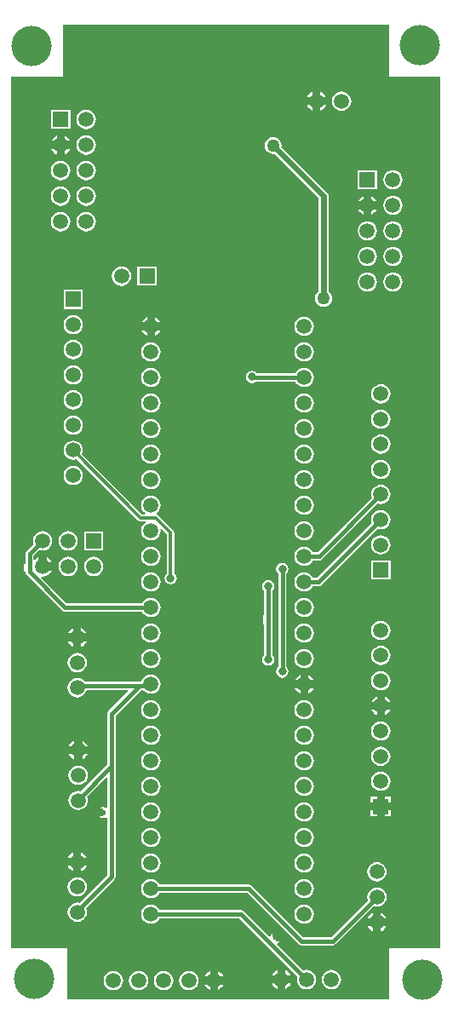
<source format=gbl>
G04*
G04 #@! TF.GenerationSoftware,Altium Limited,Altium Designer,20.0.12 (288)*
G04*
G04 Layer_Physical_Order=2*
G04 Layer_Color=16711680*
%FSLAX25Y25*%
%MOIN*%
G70*
G01*
G75*
%ADD35C,0.01575*%
%ADD36C,0.01181*%
%ADD37C,0.02362*%
%ADD40C,0.05906*%
%ADD41R,0.05906X0.05906*%
%ADD42R,0.05906X0.05906*%
%ADD43C,0.15748*%
%ADD44C,0.02362*%
%ADD45C,0.03150*%
%ADD46C,0.05000*%
G36*
X153937Y367323D02*
X174016D01*
X174016Y26378D01*
X153937D01*
Y6299D01*
X27953D01*
Y26378D01*
X5906D01*
Y367323D01*
X26378Y367323D01*
X26378Y387795D01*
X153937Y387795D01*
X153937Y367323D01*
D02*
G37*
%LPC*%
G36*
X127165Y361500D02*
Y359449D01*
X129217D01*
X129043Y359868D01*
X128410Y360693D01*
X127584Y361327D01*
X127165Y361500D01*
D02*
G37*
G36*
X124016Y361500D02*
X123597Y361327D01*
X122771Y360693D01*
X122138Y359868D01*
X121964Y359449D01*
X124016D01*
Y361500D01*
D02*
G37*
G36*
X129217Y356299D02*
X127165D01*
Y354248D01*
X127584Y354421D01*
X128410Y355055D01*
X129043Y355881D01*
X129217Y356299D01*
D02*
G37*
G36*
X124016D02*
X121964D01*
X122138Y355881D01*
X122771Y355055D01*
X123597Y354421D01*
X124016Y354248D01*
Y356299D01*
D02*
G37*
G36*
X135433Y361659D02*
X134453Y361530D01*
X133540Y361152D01*
X132757Y360550D01*
X132155Y359767D01*
X131777Y358854D01*
X131648Y357874D01*
X131777Y356894D01*
X132155Y355981D01*
X132757Y355198D01*
X133540Y354596D01*
X134453Y354218D01*
X135433Y354089D01*
X136413Y354218D01*
X137326Y354596D01*
X138110Y355198D01*
X138711Y355981D01*
X139089Y356894D01*
X139218Y357874D01*
X139089Y358854D01*
X138711Y359767D01*
X138110Y360550D01*
X137326Y361152D01*
X136413Y361530D01*
X135433Y361659D01*
D02*
G37*
G36*
X29186Y354461D02*
X21680D01*
Y346956D01*
X29186D01*
Y354461D01*
D02*
G37*
G36*
X35433Y354494D02*
X34453Y354365D01*
X33540Y353987D01*
X32757Y353385D01*
X32155Y352601D01*
X31777Y351688D01*
X31648Y350709D01*
X31777Y349729D01*
X32155Y348816D01*
X32757Y348032D01*
X33540Y347431D01*
X34453Y347053D01*
X35433Y346923D01*
X36413Y347053D01*
X37326Y347431D01*
X38110Y348032D01*
X38711Y348816D01*
X39089Y349729D01*
X39218Y350709D01*
X39089Y351688D01*
X38711Y352601D01*
X38110Y353385D01*
X37326Y353987D01*
X36413Y354365D01*
X35433Y354494D01*
D02*
G37*
G36*
X27008Y344335D02*
Y342283D01*
X29059D01*
X28886Y342702D01*
X28252Y343528D01*
X27426Y344161D01*
X27008Y344335D01*
D02*
G37*
G36*
X23858Y344335D02*
X23440Y344161D01*
X22614Y343528D01*
X21980Y342702D01*
X21807Y342283D01*
X23858D01*
Y344335D01*
D02*
G37*
G36*
Y339134D02*
X21807D01*
X21980Y338715D01*
X22614Y337890D01*
X23440Y337256D01*
X23858Y337083D01*
Y339134D01*
D02*
G37*
G36*
X29059D02*
X27008D01*
Y337083D01*
X27426Y337256D01*
X28252Y337890D01*
X28886Y338715D01*
X29059Y339134D01*
D02*
G37*
G36*
X35433Y344494D02*
X34453Y344365D01*
X33540Y343987D01*
X32757Y343385D01*
X32155Y342601D01*
X31777Y341688D01*
X31648Y340709D01*
X31777Y339729D01*
X32155Y338816D01*
X32757Y338032D01*
X33540Y337431D01*
X34453Y337052D01*
X35433Y336924D01*
X36413Y337052D01*
X37326Y337431D01*
X38110Y338032D01*
X38711Y338816D01*
X39089Y339729D01*
X39218Y340709D01*
X39089Y341688D01*
X38711Y342601D01*
X38110Y343385D01*
X37326Y343987D01*
X36413Y344365D01*
X35433Y344494D01*
D02*
G37*
G36*
Y334494D02*
X34453Y334365D01*
X33540Y333987D01*
X32757Y333385D01*
X32155Y332601D01*
X31777Y331688D01*
X31648Y330709D01*
X31777Y329729D01*
X32155Y328816D01*
X32757Y328032D01*
X33540Y327431D01*
X34453Y327052D01*
X35433Y326923D01*
X36413Y327052D01*
X37326Y327431D01*
X38110Y328032D01*
X38711Y328816D01*
X39089Y329729D01*
X39218Y330709D01*
X39089Y331688D01*
X38711Y332601D01*
X38110Y333385D01*
X37326Y333987D01*
X36413Y334365D01*
X35433Y334494D01*
D02*
G37*
G36*
X25433D02*
X24453Y334365D01*
X23540Y333987D01*
X22757Y333385D01*
X22155Y332601D01*
X21777Y331688D01*
X21648Y330709D01*
X21777Y329729D01*
X22155Y328816D01*
X22757Y328032D01*
X23540Y327431D01*
X24453Y327052D01*
X25433Y326923D01*
X26413Y327052D01*
X27326Y327431D01*
X28110Y328032D01*
X28711Y328816D01*
X29089Y329729D01*
X29218Y330709D01*
X29089Y331688D01*
X28711Y332601D01*
X28110Y333385D01*
X27326Y333987D01*
X26413Y334365D01*
X25433Y334494D01*
D02*
G37*
G36*
X149265Y330839D02*
X141759D01*
Y323334D01*
X149265D01*
Y330839D01*
D02*
G37*
G36*
X155512Y330872D02*
X154532Y330743D01*
X153619Y330365D01*
X152835Y329763D01*
X152234Y328979D01*
X151856Y328066D01*
X151727Y327087D01*
X151856Y326107D01*
X152234Y325194D01*
X152835Y324410D01*
X153619Y323809D01*
X154532Y323430D01*
X155512Y323302D01*
X156491Y323430D01*
X157404Y323809D01*
X158188Y324410D01*
X158790Y325194D01*
X159168Y326107D01*
X159297Y327087D01*
X159168Y328066D01*
X158790Y328979D01*
X158188Y329763D01*
X157404Y330365D01*
X156491Y330743D01*
X155512Y330872D01*
D02*
G37*
G36*
X147087Y320713D02*
Y318661D01*
X149138D01*
X148965Y319080D01*
X148331Y319906D01*
X147505Y320539D01*
X147087Y320713D01*
D02*
G37*
G36*
X143937Y320713D02*
X143518Y320539D01*
X142693Y319906D01*
X142059Y319080D01*
X141886Y318661D01*
X143937D01*
Y320713D01*
D02*
G37*
G36*
X35433Y324494D02*
X34453Y324365D01*
X33540Y323987D01*
X32757Y323385D01*
X32155Y322601D01*
X31777Y321688D01*
X31648Y320709D01*
X31777Y319729D01*
X32155Y318816D01*
X32757Y318032D01*
X33540Y317431D01*
X34453Y317053D01*
X35433Y316923D01*
X36413Y317053D01*
X37326Y317431D01*
X38110Y318032D01*
X38711Y318816D01*
X39089Y319729D01*
X39218Y320709D01*
X39089Y321688D01*
X38711Y322601D01*
X38110Y323385D01*
X37326Y323987D01*
X36413Y324365D01*
X35433Y324494D01*
D02*
G37*
G36*
X25433D02*
X24453Y324365D01*
X23540Y323987D01*
X22757Y323385D01*
X22155Y322601D01*
X21777Y321688D01*
X21648Y320709D01*
X21777Y319729D01*
X22155Y318816D01*
X22757Y318032D01*
X23540Y317431D01*
X24453Y317053D01*
X25433Y316923D01*
X26413Y317053D01*
X27326Y317431D01*
X28110Y318032D01*
X28711Y318816D01*
X29089Y319729D01*
X29218Y320709D01*
X29089Y321688D01*
X28711Y322601D01*
X28110Y323385D01*
X27326Y323987D01*
X26413Y324365D01*
X25433Y324494D01*
D02*
G37*
G36*
X149138Y315512D02*
X147087D01*
Y313460D01*
X147505Y313634D01*
X148331Y314267D01*
X148965Y315093D01*
X149138Y315512D01*
D02*
G37*
G36*
X143937D02*
X141886D01*
X142059Y315093D01*
X142693Y314267D01*
X143518Y313634D01*
X143937Y313460D01*
Y315512D01*
D02*
G37*
G36*
X155512Y320872D02*
X154532Y320743D01*
X153619Y320365D01*
X152835Y319763D01*
X152234Y318979D01*
X151856Y318066D01*
X151727Y317087D01*
X151856Y316107D01*
X152234Y315194D01*
X152835Y314410D01*
X153619Y313809D01*
X154532Y313431D01*
X155512Y313301D01*
X156491Y313431D01*
X157404Y313809D01*
X158188Y314410D01*
X158790Y315194D01*
X159168Y316107D01*
X159297Y317087D01*
X159168Y318066D01*
X158790Y318979D01*
X158188Y319763D01*
X157404Y320365D01*
X156491Y320743D01*
X155512Y320872D01*
D02*
G37*
G36*
X35433Y314494D02*
X34453Y314365D01*
X33540Y313987D01*
X32757Y313385D01*
X32155Y312601D01*
X31777Y311688D01*
X31648Y310709D01*
X31777Y309729D01*
X32155Y308816D01*
X32757Y308032D01*
X33540Y307431D01*
X34453Y307052D01*
X35433Y306924D01*
X36413Y307052D01*
X37326Y307431D01*
X38110Y308032D01*
X38711Y308816D01*
X39089Y309729D01*
X39218Y310709D01*
X39089Y311688D01*
X38711Y312601D01*
X38110Y313385D01*
X37326Y313987D01*
X36413Y314365D01*
X35433Y314494D01*
D02*
G37*
G36*
X25433D02*
X24453Y314365D01*
X23540Y313987D01*
X22757Y313385D01*
X22155Y312601D01*
X21777Y311688D01*
X21648Y310709D01*
X21777Y309729D01*
X22155Y308816D01*
X22757Y308032D01*
X23540Y307431D01*
X24453Y307052D01*
X25433Y306924D01*
X26413Y307052D01*
X27326Y307431D01*
X28110Y308032D01*
X28711Y308816D01*
X29089Y309729D01*
X29218Y310709D01*
X29089Y311688D01*
X28711Y312601D01*
X28110Y313385D01*
X27326Y313987D01*
X26413Y314365D01*
X25433Y314494D01*
D02*
G37*
G36*
X155512Y310872D02*
X154532Y310743D01*
X153619Y310365D01*
X152835Y309763D01*
X152234Y308979D01*
X151856Y308066D01*
X151727Y307087D01*
X151856Y306107D01*
X152234Y305194D01*
X152835Y304410D01*
X153619Y303809D01*
X154532Y303431D01*
X155512Y303302D01*
X156491Y303431D01*
X157404Y303809D01*
X158188Y304410D01*
X158790Y305194D01*
X159168Y306107D01*
X159297Y307087D01*
X159168Y308066D01*
X158790Y308979D01*
X158188Y309763D01*
X157404Y310365D01*
X156491Y310743D01*
X155512Y310872D01*
D02*
G37*
G36*
X145512D02*
X144532Y310743D01*
X143619Y310365D01*
X142835Y309763D01*
X142234Y308979D01*
X141856Y308066D01*
X141727Y307087D01*
X141856Y306107D01*
X142234Y305194D01*
X142835Y304410D01*
X143619Y303809D01*
X144532Y303431D01*
X145512Y303302D01*
X146492Y303431D01*
X147404Y303809D01*
X148188Y304410D01*
X148790Y305194D01*
X149168Y306107D01*
X149297Y307087D01*
X149168Y308066D01*
X148790Y308979D01*
X148188Y309763D01*
X147404Y310365D01*
X146492Y310743D01*
X145512Y310872D01*
D02*
G37*
G36*
X155512Y300872D02*
X154532Y300743D01*
X153619Y300365D01*
X152835Y299763D01*
X152234Y298979D01*
X151856Y298066D01*
X151727Y297087D01*
X151856Y296107D01*
X152234Y295194D01*
X152835Y294410D01*
X153619Y293809D01*
X154532Y293430D01*
X155512Y293302D01*
X156491Y293430D01*
X157404Y293809D01*
X158188Y294410D01*
X158790Y295194D01*
X159168Y296107D01*
X159297Y297087D01*
X159168Y298066D01*
X158790Y298979D01*
X158188Y299763D01*
X157404Y300365D01*
X156491Y300743D01*
X155512Y300872D01*
D02*
G37*
G36*
X145512D02*
X144532Y300743D01*
X143619Y300365D01*
X142835Y299763D01*
X142234Y298979D01*
X141856Y298066D01*
X141727Y297087D01*
X141856Y296107D01*
X142234Y295194D01*
X142835Y294410D01*
X143619Y293809D01*
X144532Y293430D01*
X145512Y293302D01*
X146492Y293430D01*
X147404Y293809D01*
X148188Y294410D01*
X148790Y295194D01*
X149168Y296107D01*
X149297Y297087D01*
X149168Y298066D01*
X148790Y298979D01*
X148188Y299763D01*
X147404Y300365D01*
X146492Y300743D01*
X145512Y300872D01*
D02*
G37*
G36*
X62965Y293123D02*
X55460D01*
Y285617D01*
X62965D01*
Y293123D01*
D02*
G37*
G36*
X49213Y293155D02*
X48233Y293026D01*
X47320Y292648D01*
X46536Y292047D01*
X45935Y291263D01*
X45557Y290350D01*
X45428Y289370D01*
X45557Y288390D01*
X45935Y287477D01*
X46536Y286694D01*
X47320Y286092D01*
X48233Y285714D01*
X49213Y285585D01*
X50192Y285714D01*
X51105Y286092D01*
X51889Y286694D01*
X52491Y287477D01*
X52869Y288390D01*
X52998Y289370D01*
X52869Y290350D01*
X52491Y291263D01*
X51889Y292047D01*
X51105Y292648D01*
X50192Y293026D01*
X49213Y293155D01*
D02*
G37*
G36*
X155512Y290872D02*
X154532Y290743D01*
X153619Y290365D01*
X152835Y289763D01*
X152234Y288979D01*
X151856Y288066D01*
X151727Y287087D01*
X151856Y286107D01*
X152234Y285194D01*
X152835Y284410D01*
X153619Y283809D01*
X154532Y283431D01*
X155512Y283301D01*
X156491Y283431D01*
X157404Y283809D01*
X158188Y284410D01*
X158790Y285194D01*
X159168Y286107D01*
X159297Y287087D01*
X159168Y288066D01*
X158790Y288979D01*
X158188Y289763D01*
X157404Y290365D01*
X156491Y290743D01*
X155512Y290872D01*
D02*
G37*
G36*
X145512D02*
X144532Y290743D01*
X143619Y290365D01*
X142835Y289763D01*
X142234Y288979D01*
X141856Y288066D01*
X141727Y287087D01*
X141856Y286107D01*
X142234Y285194D01*
X142835Y284410D01*
X143619Y283809D01*
X144532Y283431D01*
X145512Y283301D01*
X146492Y283431D01*
X147404Y283809D01*
X148188Y284410D01*
X148790Y285194D01*
X149168Y286107D01*
X149297Y287087D01*
X149168Y288066D01*
X148790Y288979D01*
X148188Y289763D01*
X147404Y290365D01*
X146492Y290743D01*
X145512Y290872D01*
D02*
G37*
G36*
X108563Y343880D02*
X107702Y343766D01*
X106899Y343434D01*
X106209Y342905D01*
X105680Y342215D01*
X105348Y341413D01*
X105235Y340551D01*
X105348Y339690D01*
X105680Y338887D01*
X106209Y338198D01*
X106899Y337669D01*
X107702Y337336D01*
X108563Y337223D01*
X108980Y337278D01*
X126327Y319931D01*
Y283318D01*
X125993Y283062D01*
X125464Y282373D01*
X125131Y281570D01*
X125018Y280709D01*
X125131Y279847D01*
X125464Y279044D01*
X125993Y278355D01*
X126682Y277826D01*
X127485Y277494D01*
X128347Y277380D01*
X129208Y277494D01*
X130011Y277826D01*
X130700Y278355D01*
X131229Y279044D01*
X131562Y279847D01*
X131675Y280709D01*
X131562Y281570D01*
X131229Y282373D01*
X130700Y283062D01*
X130366Y283318D01*
Y320768D01*
X130213Y321541D01*
X129775Y322196D01*
X111837Y340134D01*
X111891Y340551D01*
X111778Y341413D01*
X111446Y342215D01*
X110917Y342905D01*
X110227Y343434D01*
X109424Y343766D01*
X108563Y343880D01*
D02*
G37*
G36*
X34068Y284068D02*
X26562D01*
Y276562D01*
X34068D01*
Y284068D01*
D02*
G37*
G36*
X62343Y273370D02*
Y271319D01*
X64394D01*
X64220Y271738D01*
X63587Y272563D01*
X62761Y273197D01*
X62343Y273370D01*
D02*
G37*
G36*
X59193D02*
X58774Y273197D01*
X57949Y272563D01*
X57315Y271738D01*
X57142Y271319D01*
X59193D01*
Y273370D01*
D02*
G37*
G36*
X30315Y274258D02*
X29335Y274129D01*
X28422Y273750D01*
X27639Y273149D01*
X27037Y272365D01*
X26659Y271452D01*
X26530Y270472D01*
X26659Y269493D01*
X27037Y268580D01*
X27639Y267796D01*
X28422Y267194D01*
X29335Y266816D01*
X30315Y266687D01*
X31295Y266816D01*
X32208Y267194D01*
X32991Y267796D01*
X33593Y268580D01*
X33971Y269493D01*
X34100Y270472D01*
X33971Y271452D01*
X33593Y272365D01*
X32991Y273149D01*
X32208Y273750D01*
X31295Y274129D01*
X30315Y274258D01*
D02*
G37*
G36*
X64394Y268169D02*
X62343D01*
Y266118D01*
X62761Y266291D01*
X63587Y266925D01*
X64220Y267751D01*
X64394Y268169D01*
D02*
G37*
G36*
X59193D02*
X57142D01*
X57315Y267751D01*
X57949Y266925D01*
X58774Y266291D01*
X59193Y266118D01*
Y268169D01*
D02*
G37*
G36*
X120768Y273529D02*
X119788Y273400D01*
X118875Y273022D01*
X118091Y272421D01*
X117490Y271637D01*
X117112Y270724D01*
X116983Y269744D01*
X117112Y268764D01*
X117490Y267851D01*
X118091Y267068D01*
X118875Y266466D01*
X119788Y266088D01*
X120768Y265959D01*
X121747Y266088D01*
X122660Y266466D01*
X123444Y267068D01*
X124046Y267851D01*
X124424Y268764D01*
X124553Y269744D01*
X124424Y270724D01*
X124046Y271637D01*
X123444Y272421D01*
X122660Y273022D01*
X121747Y273400D01*
X120768Y273529D01*
D02*
G37*
G36*
X30315Y264415D02*
X29335Y264286D01*
X28422Y263908D01*
X27639Y263306D01*
X27037Y262523D01*
X26659Y261610D01*
X26530Y260630D01*
X26659Y259650D01*
X27037Y258737D01*
X27639Y257953D01*
X28422Y257352D01*
X29335Y256974D01*
X30315Y256845D01*
X31295Y256974D01*
X32208Y257352D01*
X32991Y257953D01*
X33593Y258737D01*
X33971Y259650D01*
X34100Y260630D01*
X33971Y261610D01*
X33593Y262523D01*
X32991Y263306D01*
X32208Y263908D01*
X31295Y264286D01*
X30315Y264415D01*
D02*
G37*
G36*
X120768Y263529D02*
X119788Y263400D01*
X118875Y263022D01*
X118091Y262421D01*
X117490Y261637D01*
X117112Y260724D01*
X116983Y259744D01*
X117112Y258764D01*
X117490Y257852D01*
X118091Y257068D01*
X118875Y256466D01*
X119788Y256088D01*
X120768Y255959D01*
X121747Y256088D01*
X122660Y256466D01*
X123444Y257068D01*
X124046Y257852D01*
X124424Y258764D01*
X124553Y259744D01*
X124424Y260724D01*
X124046Y261637D01*
X123444Y262421D01*
X122660Y263022D01*
X121747Y263400D01*
X120768Y263529D01*
D02*
G37*
G36*
X60768D02*
X59788Y263400D01*
X58875Y263022D01*
X58091Y262421D01*
X57490Y261637D01*
X57112Y260724D01*
X56983Y259744D01*
X57112Y258764D01*
X57490Y257852D01*
X58091Y257068D01*
X58875Y256466D01*
X59788Y256088D01*
X60768Y255959D01*
X61747Y256088D01*
X62660Y256466D01*
X63444Y257068D01*
X64046Y257852D01*
X64424Y258764D01*
X64553Y259744D01*
X64424Y260724D01*
X64046Y261637D01*
X63444Y262421D01*
X62660Y263022D01*
X61747Y263400D01*
X60768Y263529D01*
D02*
G37*
G36*
X120768Y253529D02*
X119788Y253400D01*
X118875Y253022D01*
X118091Y252421D01*
X117490Y251637D01*
X117376Y251363D01*
X102339D01*
X102106Y251712D01*
X101320Y252237D01*
X100394Y252421D01*
X99467Y252237D01*
X98682Y251712D01*
X98157Y250927D01*
X97972Y250000D01*
X98157Y249073D01*
X98682Y248288D01*
X99467Y247763D01*
X100394Y247579D01*
X101320Y247763D01*
X101863Y248126D01*
X117376D01*
X117490Y247851D01*
X118091Y247068D01*
X118875Y246466D01*
X119788Y246088D01*
X120768Y245959D01*
X121747Y246088D01*
X122660Y246466D01*
X123444Y247068D01*
X124046Y247851D01*
X124424Y248764D01*
X124553Y249744D01*
X124424Y250724D01*
X124046Y251637D01*
X123444Y252421D01*
X122660Y253022D01*
X121747Y253400D01*
X120768Y253529D01*
D02*
G37*
G36*
X30315Y254573D02*
X29335Y254444D01*
X28422Y254065D01*
X27639Y253464D01*
X27037Y252680D01*
X26659Y251767D01*
X26530Y250787D01*
X26659Y249808D01*
X27037Y248895D01*
X27639Y248111D01*
X28422Y247509D01*
X29335Y247131D01*
X30315Y247002D01*
X31295Y247131D01*
X32208Y247509D01*
X32991Y248111D01*
X33593Y248895D01*
X33971Y249808D01*
X34100Y250787D01*
X33971Y251767D01*
X33593Y252680D01*
X32991Y253464D01*
X32208Y254065D01*
X31295Y254444D01*
X30315Y254573D01*
D02*
G37*
G36*
X60768Y253529D02*
X59788Y253400D01*
X58875Y253022D01*
X58091Y252421D01*
X57490Y251637D01*
X57112Y250724D01*
X56983Y249744D01*
X57112Y248764D01*
X57490Y247851D01*
X58091Y247068D01*
X58875Y246466D01*
X59788Y246088D01*
X60768Y245959D01*
X61747Y246088D01*
X62660Y246466D01*
X63444Y247068D01*
X64046Y247851D01*
X64424Y248764D01*
X64553Y249744D01*
X64424Y250724D01*
X64046Y251637D01*
X63444Y252421D01*
X62660Y253022D01*
X61747Y253400D01*
X60768Y253529D01*
D02*
G37*
G36*
X150787Y247092D02*
X149808Y246963D01*
X148895Y246585D01*
X148111Y245984D01*
X147509Y245200D01*
X147131Y244287D01*
X147002Y243307D01*
X147131Y242327D01*
X147509Y241414D01*
X148111Y240631D01*
X148895Y240029D01*
X149808Y239651D01*
X150787Y239522D01*
X151767Y239651D01*
X152680Y240029D01*
X153464Y240631D01*
X154065Y241414D01*
X154444Y242327D01*
X154572Y243307D01*
X154444Y244287D01*
X154065Y245200D01*
X153464Y245984D01*
X152680Y246585D01*
X151767Y246963D01*
X150787Y247092D01*
D02*
G37*
G36*
X30315Y244730D02*
X29335Y244601D01*
X28422Y244223D01*
X27639Y243621D01*
X27037Y242837D01*
X26659Y241925D01*
X26530Y240945D01*
X26659Y239965D01*
X27037Y239052D01*
X27639Y238268D01*
X28422Y237667D01*
X29335Y237289D01*
X30315Y237160D01*
X31295Y237289D01*
X32208Y237667D01*
X32991Y238268D01*
X33593Y239052D01*
X33971Y239965D01*
X34100Y240945D01*
X33971Y241925D01*
X33593Y242837D01*
X32991Y243621D01*
X32208Y244223D01*
X31295Y244601D01*
X30315Y244730D01*
D02*
G37*
G36*
X120768Y243529D02*
X119788Y243400D01*
X118875Y243022D01*
X118091Y242421D01*
X117490Y241637D01*
X117112Y240724D01*
X116983Y239744D01*
X117112Y238764D01*
X117490Y237852D01*
X118091Y237068D01*
X118875Y236466D01*
X119788Y236088D01*
X120768Y235959D01*
X121747Y236088D01*
X122660Y236466D01*
X123444Y237068D01*
X124046Y237852D01*
X124424Y238764D01*
X124553Y239744D01*
X124424Y240724D01*
X124046Y241637D01*
X123444Y242421D01*
X122660Y243022D01*
X121747Y243400D01*
X120768Y243529D01*
D02*
G37*
G36*
X60768D02*
X59788Y243400D01*
X58875Y243022D01*
X58091Y242421D01*
X57490Y241637D01*
X57112Y240724D01*
X56983Y239744D01*
X57112Y238764D01*
X57490Y237852D01*
X58091Y237068D01*
X58875Y236466D01*
X59788Y236088D01*
X60768Y235959D01*
X61747Y236088D01*
X62660Y236466D01*
X63444Y237068D01*
X64046Y237852D01*
X64424Y238764D01*
X64553Y239744D01*
X64424Y240724D01*
X64046Y241637D01*
X63444Y242421D01*
X62660Y243022D01*
X61747Y243400D01*
X60768Y243529D01*
D02*
G37*
G36*
X150787Y237250D02*
X149808Y237121D01*
X148895Y236743D01*
X148111Y236141D01*
X147509Y235357D01*
X147131Y234444D01*
X147002Y233465D01*
X147131Y232485D01*
X147509Y231572D01*
X148111Y230788D01*
X148895Y230187D01*
X149808Y229808D01*
X150787Y229679D01*
X151767Y229808D01*
X152680Y230187D01*
X153464Y230788D01*
X154065Y231572D01*
X154444Y232485D01*
X154572Y233465D01*
X154444Y234444D01*
X154065Y235357D01*
X153464Y236141D01*
X152680Y236743D01*
X151767Y237121D01*
X150787Y237250D01*
D02*
G37*
G36*
X30315Y234888D02*
X29335Y234758D01*
X28422Y234380D01*
X27639Y233779D01*
X27037Y232995D01*
X26659Y232082D01*
X26530Y231102D01*
X26659Y230123D01*
X27037Y229210D01*
X27639Y228426D01*
X28422Y227824D01*
X29335Y227446D01*
X30315Y227317D01*
X31295Y227446D01*
X32208Y227824D01*
X32991Y228426D01*
X33593Y229210D01*
X33971Y230123D01*
X34100Y231102D01*
X33971Y232082D01*
X33593Y232995D01*
X32991Y233779D01*
X32208Y234380D01*
X31295Y234758D01*
X30315Y234888D01*
D02*
G37*
G36*
X120768Y233529D02*
X119788Y233400D01*
X118875Y233022D01*
X118091Y232421D01*
X117490Y231637D01*
X117112Y230724D01*
X116983Y229744D01*
X117112Y228764D01*
X117490Y227852D01*
X118091Y227068D01*
X118875Y226466D01*
X119788Y226088D01*
X120768Y225959D01*
X121747Y226088D01*
X122660Y226466D01*
X123444Y227068D01*
X124046Y227852D01*
X124424Y228764D01*
X124553Y229744D01*
X124424Y230724D01*
X124046Y231637D01*
X123444Y232421D01*
X122660Y233022D01*
X121747Y233400D01*
X120768Y233529D01*
D02*
G37*
G36*
X60768D02*
X59788Y233400D01*
X58875Y233022D01*
X58091Y232421D01*
X57490Y231637D01*
X57112Y230724D01*
X56983Y229744D01*
X57112Y228764D01*
X57490Y227852D01*
X58091Y227068D01*
X58875Y226466D01*
X59788Y226088D01*
X60768Y225959D01*
X61747Y226088D01*
X62660Y226466D01*
X63444Y227068D01*
X64046Y227852D01*
X64424Y228764D01*
X64553Y229744D01*
X64424Y230724D01*
X64046Y231637D01*
X63444Y232421D01*
X62660Y233022D01*
X61747Y233400D01*
X60768Y233529D01*
D02*
G37*
G36*
X150787Y227407D02*
X149808Y227278D01*
X148895Y226900D01*
X148111Y226298D01*
X147509Y225515D01*
X147131Y224602D01*
X147002Y223622D01*
X147131Y222642D01*
X147509Y221729D01*
X148111Y220946D01*
X148895Y220344D01*
X149808Y219966D01*
X150787Y219837D01*
X151767Y219966D01*
X152680Y220344D01*
X153464Y220946D01*
X154065Y221729D01*
X154444Y222642D01*
X154572Y223622D01*
X154444Y224602D01*
X154065Y225515D01*
X153464Y226298D01*
X152680Y226900D01*
X151767Y227278D01*
X150787Y227407D01*
D02*
G37*
G36*
X120768Y223529D02*
X119788Y223400D01*
X118875Y223022D01*
X118091Y222421D01*
X117490Y221637D01*
X117112Y220724D01*
X116983Y219744D01*
X117112Y218764D01*
X117490Y217851D01*
X118091Y217068D01*
X118875Y216466D01*
X119788Y216088D01*
X120768Y215959D01*
X121747Y216088D01*
X122660Y216466D01*
X123444Y217068D01*
X124046Y217851D01*
X124424Y218764D01*
X124553Y219744D01*
X124424Y220724D01*
X124046Y221637D01*
X123444Y222421D01*
X122660Y223022D01*
X121747Y223400D01*
X120768Y223529D01*
D02*
G37*
G36*
X60768D02*
X59788Y223400D01*
X58875Y223022D01*
X58091Y222421D01*
X57490Y221637D01*
X57112Y220724D01*
X56983Y219744D01*
X57112Y218764D01*
X57490Y217851D01*
X58091Y217068D01*
X58875Y216466D01*
X59788Y216088D01*
X60768Y215959D01*
X61747Y216088D01*
X62660Y216466D01*
X63444Y217068D01*
X64046Y217851D01*
X64424Y218764D01*
X64553Y219744D01*
X64424Y220724D01*
X64046Y221637D01*
X63444Y222421D01*
X62660Y223022D01*
X61747Y223400D01*
X60768Y223529D01*
D02*
G37*
G36*
X150787Y217565D02*
X149808Y217436D01*
X148895Y217057D01*
X148111Y216456D01*
X147509Y215672D01*
X147131Y214759D01*
X147002Y213779D01*
X147131Y212800D01*
X147509Y211887D01*
X148111Y211103D01*
X148895Y210502D01*
X149808Y210123D01*
X150787Y209994D01*
X151767Y210123D01*
X152680Y210502D01*
X153464Y211103D01*
X154065Y211887D01*
X154444Y212800D01*
X154572Y213779D01*
X154444Y214759D01*
X154065Y215672D01*
X153464Y216456D01*
X152680Y217057D01*
X151767Y217436D01*
X150787Y217565D01*
D02*
G37*
G36*
X30315Y215202D02*
X29335Y215073D01*
X28422Y214695D01*
X27639Y214094D01*
X27037Y213310D01*
X26659Y212397D01*
X26530Y211417D01*
X26659Y210438D01*
X27037Y209525D01*
X27639Y208741D01*
X28422Y208139D01*
X29335Y207761D01*
X30315Y207632D01*
X31295Y207761D01*
X32208Y208139D01*
X32991Y208741D01*
X33593Y209525D01*
X33971Y210438D01*
X34100Y211417D01*
X33971Y212397D01*
X33593Y213310D01*
X32991Y214094D01*
X32208Y214695D01*
X31295Y215073D01*
X30315Y215202D01*
D02*
G37*
G36*
X120768Y213529D02*
X119788Y213400D01*
X118875Y213022D01*
X118091Y212421D01*
X117490Y211637D01*
X117112Y210724D01*
X116983Y209744D01*
X117112Y208764D01*
X117490Y207852D01*
X118091Y207068D01*
X118875Y206466D01*
X119788Y206088D01*
X120768Y205959D01*
X121747Y206088D01*
X122660Y206466D01*
X123444Y207068D01*
X124046Y207852D01*
X124424Y208764D01*
X124553Y209744D01*
X124424Y210724D01*
X124046Y211637D01*
X123444Y212421D01*
X122660Y213022D01*
X121747Y213400D01*
X120768Y213529D01*
D02*
G37*
G36*
X60768D02*
X59788Y213400D01*
X58875Y213022D01*
X58091Y212421D01*
X57490Y211637D01*
X57112Y210724D01*
X56983Y209744D01*
X57112Y208764D01*
X57490Y207852D01*
X58091Y207068D01*
X58875Y206466D01*
X59788Y206088D01*
X60768Y205959D01*
X61747Y206088D01*
X62660Y206466D01*
X63444Y207068D01*
X64046Y207852D01*
X64424Y208764D01*
X64553Y209744D01*
X64424Y210724D01*
X64046Y211637D01*
X63444Y212421D01*
X62660Y213022D01*
X61747Y213400D01*
X60768Y213529D01*
D02*
G37*
G36*
X150787Y207722D02*
X149808Y207593D01*
X148895Y207215D01*
X148111Y206613D01*
X147509Y205830D01*
X147131Y204917D01*
X147002Y203937D01*
X147131Y202957D01*
X147245Y202683D01*
X125924Y181363D01*
X124159D01*
X124046Y181637D01*
X123444Y182421D01*
X122660Y183022D01*
X121747Y183400D01*
X120768Y183529D01*
X119788Y183400D01*
X118875Y183022D01*
X118091Y182421D01*
X117490Y181637D01*
X117112Y180724D01*
X116983Y179744D01*
X117112Y178764D01*
X117490Y177851D01*
X118091Y177068D01*
X118875Y176466D01*
X119788Y176088D01*
X120768Y175959D01*
X121747Y176088D01*
X122660Y176466D01*
X123444Y177068D01*
X124046Y177851D01*
X124159Y178126D01*
X126594D01*
X127214Y178249D01*
X127739Y178600D01*
X149534Y200394D01*
X149808Y200281D01*
X150787Y200152D01*
X151767Y200281D01*
X152680Y200659D01*
X153464Y201260D01*
X154065Y202045D01*
X154444Y202957D01*
X154572Y203937D01*
X154444Y204917D01*
X154065Y205830D01*
X153464Y206613D01*
X152680Y207215D01*
X151767Y207593D01*
X150787Y207722D01*
D02*
G37*
G36*
X120768Y203529D02*
X119788Y203400D01*
X118875Y203022D01*
X118091Y202421D01*
X117490Y201637D01*
X117112Y200724D01*
X116983Y199744D01*
X117112Y198764D01*
X117490Y197852D01*
X118091Y197068D01*
X118875Y196466D01*
X119788Y196088D01*
X120768Y195959D01*
X121747Y196088D01*
X122660Y196466D01*
X123444Y197068D01*
X124046Y197852D01*
X124424Y198764D01*
X124553Y199744D01*
X124424Y200724D01*
X124046Y201637D01*
X123444Y202421D01*
X122660Y203022D01*
X121747Y203400D01*
X120768Y203529D01*
D02*
G37*
G36*
X150787Y197880D02*
X149808Y197751D01*
X148895Y197372D01*
X148111Y196771D01*
X147509Y195987D01*
X147131Y195074D01*
X147002Y194095D01*
X147131Y193115D01*
X147245Y192841D01*
X125767Y171363D01*
X124159D01*
X124046Y171637D01*
X123444Y172421D01*
X122660Y173022D01*
X121747Y173400D01*
X120768Y173529D01*
X119788Y173400D01*
X118875Y173022D01*
X118091Y172421D01*
X117490Y171637D01*
X117112Y170724D01*
X116983Y169744D01*
X117112Y168764D01*
X117490Y167851D01*
X118091Y167068D01*
X118875Y166466D01*
X119788Y166088D01*
X120768Y165959D01*
X121747Y166088D01*
X122660Y166466D01*
X123444Y167068D01*
X124046Y167851D01*
X124159Y168126D01*
X126437D01*
X127056Y168249D01*
X127581Y168600D01*
X149534Y190552D01*
X149808Y190438D01*
X150787Y190309D01*
X151767Y190438D01*
X152680Y190816D01*
X153464Y191418D01*
X154065Y192202D01*
X154444Y193115D01*
X154572Y194095D01*
X154444Y195074D01*
X154065Y195987D01*
X153464Y196771D01*
X152680Y197372D01*
X151767Y197751D01*
X150787Y197880D01*
D02*
G37*
G36*
X120768Y193529D02*
X119788Y193400D01*
X118875Y193022D01*
X118091Y192421D01*
X117490Y191637D01*
X117112Y190724D01*
X116983Y189744D01*
X117112Y188764D01*
X117490Y187852D01*
X118091Y187068D01*
X118875Y186466D01*
X119788Y186088D01*
X120768Y185959D01*
X121747Y186088D01*
X122660Y186466D01*
X123444Y187068D01*
X124046Y187852D01*
X124424Y188764D01*
X124553Y189744D01*
X124424Y190724D01*
X124046Y191637D01*
X123444Y192421D01*
X122660Y193022D01*
X121747Y193400D01*
X120768Y193529D01*
D02*
G37*
G36*
X42099Y189579D02*
X34594D01*
Y182074D01*
X42099D01*
Y189579D01*
D02*
G37*
G36*
X28346Y189612D02*
X27367Y189483D01*
X26454Y189105D01*
X25670Y188503D01*
X25068Y187719D01*
X24690Y186806D01*
X24561Y185827D01*
X24690Y184847D01*
X25068Y183934D01*
X25670Y183150D01*
X26454Y182549D01*
X27367Y182171D01*
X28346Y182042D01*
X29326Y182171D01*
X30239Y182549D01*
X31023Y183150D01*
X31624Y183934D01*
X32003Y184847D01*
X32132Y185827D01*
X32003Y186806D01*
X31624Y187719D01*
X31023Y188503D01*
X30239Y189105D01*
X29326Y189483D01*
X28346Y189612D01*
D02*
G37*
G36*
X18347D02*
X17367Y189483D01*
X16454Y189105D01*
X15670Y188503D01*
X15068Y187719D01*
X14690Y186806D01*
X14561Y185827D01*
X14690Y184847D01*
X14804Y184573D01*
X12071Y181841D01*
X11720Y181315D01*
X11597Y180696D01*
Y176807D01*
X11097Y176656D01*
X11024Y176766D01*
Y175197D01*
Y173628D01*
X11097Y173738D01*
X11373Y173718D01*
X11615Y173613D01*
X11720Y173082D01*
X12071Y172557D01*
X26029Y158600D01*
X26554Y158249D01*
X27173Y158126D01*
X57376D01*
X57490Y157852D01*
X58091Y157068D01*
X58875Y156466D01*
X59788Y156088D01*
X60768Y155959D01*
X61747Y156088D01*
X62660Y156466D01*
X63444Y157068D01*
X64046Y157852D01*
X64424Y158764D01*
X64553Y159744D01*
X64424Y160724D01*
X64046Y161637D01*
X63444Y162421D01*
X62660Y163022D01*
X61747Y163400D01*
X60768Y163529D01*
X59788Y163400D01*
X58875Y163022D01*
X58091Y162421D01*
X57490Y161637D01*
X57376Y161363D01*
X27844D01*
X17798Y171408D01*
X18032Y171881D01*
X18347Y171840D01*
X19378Y171976D01*
X20340Y172374D01*
X21166Y173008D01*
X21799Y173833D01*
X21973Y174252D01*
X18347D01*
Y175827D01*
X16772D01*
Y179453D01*
X16353Y179279D01*
X15527Y178646D01*
X15334Y178394D01*
X14834Y178564D01*
Y180026D01*
X17093Y182284D01*
X17367Y182171D01*
X18347Y182042D01*
X19326Y182171D01*
X20239Y182549D01*
X21023Y183150D01*
X21624Y183934D01*
X22003Y184847D01*
X22132Y185827D01*
X22003Y186806D01*
X21624Y187719D01*
X21023Y188503D01*
X20239Y189105D01*
X19326Y189483D01*
X18347Y189612D01*
D02*
G37*
G36*
X150787Y188037D02*
X149808Y187908D01*
X148895Y187530D01*
X148111Y186928D01*
X147509Y186144D01*
X147131Y185232D01*
X147002Y184252D01*
X147131Y183272D01*
X147509Y182359D01*
X148111Y181576D01*
X148895Y180974D01*
X149808Y180596D01*
X150787Y180467D01*
X151767Y180596D01*
X152680Y180974D01*
X153464Y181576D01*
X154065Y182359D01*
X154444Y183272D01*
X154572Y184252D01*
X154444Y185232D01*
X154065Y186144D01*
X153464Y186928D01*
X152680Y187530D01*
X151767Y187908D01*
X150787Y188037D01*
D02*
G37*
G36*
X19921Y179453D02*
Y177402D01*
X21973D01*
X21799Y177820D01*
X21166Y178646D01*
X20340Y179279D01*
X19921Y179453D01*
D02*
G37*
G36*
X60768Y183529D02*
X59788Y183400D01*
X58875Y183022D01*
X58091Y182421D01*
X57490Y181637D01*
X57112Y180724D01*
X56983Y179744D01*
X57112Y178764D01*
X57490Y177851D01*
X58091Y177068D01*
X58875Y176466D01*
X59788Y176088D01*
X60768Y175959D01*
X61747Y176088D01*
X62660Y176466D01*
X63444Y177068D01*
X64046Y177851D01*
X64424Y178764D01*
X64553Y179744D01*
X64424Y180724D01*
X64046Y181637D01*
X63444Y182421D01*
X62660Y183022D01*
X61747Y183400D01*
X60768Y183529D01*
D02*
G37*
G36*
X38346Y179612D02*
X37367Y179483D01*
X36454Y179105D01*
X35670Y178503D01*
X35068Y177719D01*
X34690Y176806D01*
X34561Y175827D01*
X34690Y174847D01*
X35068Y173934D01*
X35670Y173150D01*
X36454Y172549D01*
X37367Y172171D01*
X38346Y172042D01*
X39326Y172171D01*
X40239Y172549D01*
X41023Y173150D01*
X41625Y173934D01*
X42003Y174847D01*
X42132Y175827D01*
X42003Y176806D01*
X41625Y177719D01*
X41023Y178503D01*
X40239Y179105D01*
X39326Y179483D01*
X38346Y179612D01*
D02*
G37*
G36*
X28346D02*
X27367Y179483D01*
X26454Y179105D01*
X25670Y178503D01*
X25068Y177719D01*
X24690Y176806D01*
X24561Y175827D01*
X24690Y174847D01*
X25068Y173934D01*
X25670Y173150D01*
X26454Y172549D01*
X27367Y172171D01*
X28346Y172042D01*
X29326Y172171D01*
X30239Y172549D01*
X31023Y173150D01*
X31624Y173934D01*
X32003Y174847D01*
X32132Y175827D01*
X32003Y176806D01*
X31624Y177719D01*
X31023Y178503D01*
X30239Y179105D01*
X29326Y179483D01*
X28346Y179612D01*
D02*
G37*
G36*
X154540Y178162D02*
X147035D01*
Y170657D01*
X154540D01*
Y178162D01*
D02*
G37*
G36*
X30315Y225045D02*
X29335Y224916D01*
X28422Y224538D01*
X27639Y223936D01*
X27037Y223152D01*
X26659Y222239D01*
X26530Y221260D01*
X26659Y220280D01*
X27037Y219367D01*
X27639Y218583D01*
X28422Y217982D01*
X29335Y217604D01*
X30315Y217475D01*
X31295Y217604D01*
X31769Y217800D01*
X55762Y193808D01*
X56222Y193500D01*
X56765Y193392D01*
X58536D01*
X58706Y192892D01*
X58091Y192421D01*
X57490Y191637D01*
X57112Y190724D01*
X56983Y189744D01*
X57112Y188764D01*
X57490Y187852D01*
X58091Y187068D01*
X58875Y186466D01*
X59788Y186088D01*
X60768Y185959D01*
X61747Y186088D01*
X62660Y186466D01*
X63444Y187068D01*
X64046Y187852D01*
X64424Y188764D01*
X64553Y189744D01*
X64480Y190297D01*
X64954Y190531D01*
X67086Y188398D01*
Y173109D01*
X66792Y172913D01*
X66267Y172127D01*
X66083Y171201D01*
X66267Y170274D01*
X66792Y169489D01*
X67577Y168964D01*
X68504Y168779D01*
X69431Y168964D01*
X70216Y169489D01*
X70741Y170274D01*
X70925Y171201D01*
X70741Y172127D01*
X70216Y172913D01*
X69922Y173109D01*
Y188985D01*
X69814Y189528D01*
X69507Y189988D01*
X63682Y195813D01*
X63222Y196120D01*
X63070Y196150D01*
X62945Y196685D01*
X63444Y197068D01*
X64046Y197852D01*
X64424Y198764D01*
X64553Y199744D01*
X64424Y200724D01*
X64046Y201637D01*
X63444Y202421D01*
X62660Y203022D01*
X61747Y203400D01*
X60768Y203529D01*
X59788Y203400D01*
X58875Y203022D01*
X58091Y202421D01*
X57490Y201637D01*
X57112Y200724D01*
X56983Y199744D01*
X57112Y198764D01*
X57490Y197852D01*
X58091Y197068D01*
X58534Y196728D01*
X58364Y196228D01*
X57352D01*
X33775Y219805D01*
X33971Y220280D01*
X34100Y221260D01*
X33971Y222239D01*
X33593Y223152D01*
X32991Y223936D01*
X32208Y224538D01*
X31295Y224916D01*
X30315Y225045D01*
D02*
G37*
G36*
X60768Y173529D02*
X59788Y173400D01*
X58875Y173022D01*
X58091Y172421D01*
X57490Y171637D01*
X57112Y170724D01*
X56983Y169744D01*
X57112Y168764D01*
X57490Y167851D01*
X58091Y167068D01*
X58875Y166466D01*
X59788Y166088D01*
X60768Y165959D01*
X61747Y166088D01*
X62660Y166466D01*
X63444Y167068D01*
X64046Y167851D01*
X64424Y168764D01*
X64553Y169744D01*
X64424Y170724D01*
X64046Y171637D01*
X63444Y172421D01*
X62660Y173022D01*
X61747Y173400D01*
X60768Y173529D01*
D02*
G37*
G36*
X120768Y163529D02*
X119788Y163400D01*
X118875Y163022D01*
X118091Y162421D01*
X117490Y161637D01*
X117112Y160724D01*
X116983Y159744D01*
X117112Y158764D01*
X117490Y157852D01*
X118091Y157068D01*
X118875Y156466D01*
X119788Y156088D01*
X120768Y155959D01*
X121747Y156088D01*
X122660Y156466D01*
X123444Y157068D01*
X124046Y157852D01*
X124424Y158764D01*
X124553Y159744D01*
X124424Y160724D01*
X124046Y161637D01*
X123444Y162421D01*
X122660Y163022D01*
X121747Y163400D01*
X120768Y163529D01*
D02*
G37*
G36*
X33465Y151658D02*
Y149606D01*
X35516D01*
X35342Y150025D01*
X34709Y150851D01*
X33883Y151484D01*
X33465Y151658D01*
D02*
G37*
G36*
X30315D02*
X29896Y151484D01*
X29071Y150851D01*
X28437Y150025D01*
X28264Y149606D01*
X30315D01*
Y151658D01*
D02*
G37*
G36*
X150787Y154572D02*
X149808Y154444D01*
X148895Y154065D01*
X148111Y153464D01*
X147509Y152680D01*
X147131Y151767D01*
X147002Y150787D01*
X147131Y149808D01*
X147509Y148895D01*
X148111Y148111D01*
X148895Y147509D01*
X149808Y147131D01*
X150787Y147002D01*
X151767Y147131D01*
X152680Y147509D01*
X153464Y148111D01*
X154065Y148895D01*
X154444Y149808D01*
X154572Y150787D01*
X154444Y151767D01*
X154065Y152680D01*
X153464Y153464D01*
X152680Y154065D01*
X151767Y154444D01*
X150787Y154572D01*
D02*
G37*
G36*
X120768Y153529D02*
X119788Y153400D01*
X118875Y153022D01*
X118091Y152421D01*
X117490Y151637D01*
X117112Y150724D01*
X116983Y149744D01*
X117112Y148764D01*
X117490Y147852D01*
X118091Y147068D01*
X118875Y146466D01*
X119788Y146088D01*
X120768Y145959D01*
X121747Y146088D01*
X122660Y146466D01*
X123444Y147068D01*
X124046Y147852D01*
X124424Y148764D01*
X124553Y149744D01*
X124424Y150724D01*
X124046Y151637D01*
X123444Y152421D01*
X122660Y153022D01*
X121747Y153400D01*
X120768Y153529D01*
D02*
G37*
G36*
X60768D02*
X59788Y153400D01*
X58875Y153022D01*
X58091Y152421D01*
X57490Y151637D01*
X57112Y150724D01*
X56983Y149744D01*
X57112Y148764D01*
X57490Y147852D01*
X58091Y147068D01*
X58875Y146466D01*
X59788Y146088D01*
X60768Y145959D01*
X61747Y146088D01*
X62660Y146466D01*
X63444Y147068D01*
X64046Y147852D01*
X64424Y148764D01*
X64553Y149744D01*
X64424Y150724D01*
X64046Y151637D01*
X63444Y152421D01*
X62660Y153022D01*
X61747Y153400D01*
X60768Y153529D01*
D02*
G37*
G36*
X35516Y146457D02*
X33465D01*
Y144405D01*
X33883Y144579D01*
X34709Y145212D01*
X35342Y146038D01*
X35516Y146457D01*
D02*
G37*
G36*
X30315D02*
X28264D01*
X28437Y146038D01*
X29071Y145212D01*
X29896Y144579D01*
X30315Y144405D01*
Y146457D01*
D02*
G37*
G36*
X150787Y144730D02*
X149808Y144601D01*
X148895Y144223D01*
X148111Y143621D01*
X147509Y142837D01*
X147131Y141925D01*
X147002Y140945D01*
X147131Y139965D01*
X147509Y139052D01*
X148111Y138268D01*
X148895Y137667D01*
X149808Y137289D01*
X150787Y137160D01*
X151767Y137289D01*
X152680Y137667D01*
X153464Y138268D01*
X154065Y139052D01*
X154444Y139965D01*
X154572Y140945D01*
X154444Y141925D01*
X154065Y142837D01*
X153464Y143621D01*
X152680Y144223D01*
X151767Y144601D01*
X150787Y144730D01*
D02*
G37*
G36*
X106693Y170532D02*
X105766Y170347D01*
X104981Y169822D01*
X104456Y169037D01*
X104272Y168110D01*
X104456Y167184D01*
X104981Y166398D01*
X105074Y166335D01*
Y156995D01*
X104724Y156851D01*
Y155118D01*
Y153385D01*
X105074Y153241D01*
Y141145D01*
X104981Y141082D01*
X104456Y140297D01*
X104272Y139370D01*
X104456Y138444D01*
X104981Y137658D01*
X105766Y137133D01*
X106693Y136949D01*
X107620Y137133D01*
X108405Y137658D01*
X108930Y138444D01*
X109114Y139370D01*
X108930Y140297D01*
X108405Y141082D01*
X108311Y141145D01*
Y166335D01*
X108405Y166398D01*
X108930Y167184D01*
X109114Y168110D01*
X108930Y169037D01*
X108405Y169822D01*
X107620Y170347D01*
X106693Y170532D01*
D02*
G37*
G36*
X120768Y143529D02*
X119788Y143400D01*
X118875Y143022D01*
X118091Y142421D01*
X117490Y141637D01*
X117112Y140724D01*
X116983Y139744D01*
X117112Y138764D01*
X117490Y137852D01*
X118091Y137068D01*
X118875Y136466D01*
X119788Y136088D01*
X120768Y135959D01*
X121747Y136088D01*
X122660Y136466D01*
X123444Y137068D01*
X124046Y137852D01*
X124424Y138764D01*
X124553Y139744D01*
X124424Y140724D01*
X124046Y141637D01*
X123444Y142421D01*
X122660Y143022D01*
X121747Y143400D01*
X120768Y143529D01*
D02*
G37*
G36*
X60768D02*
X59788Y143400D01*
X58875Y143022D01*
X58091Y142421D01*
X57490Y141637D01*
X57112Y140724D01*
X56983Y139744D01*
X57112Y138764D01*
X57490Y137852D01*
X58091Y137068D01*
X58875Y136466D01*
X59788Y136088D01*
X60768Y135959D01*
X61747Y136088D01*
X62660Y136466D01*
X63444Y137068D01*
X64046Y137852D01*
X64424Y138764D01*
X64553Y139744D01*
X64424Y140724D01*
X64046Y141637D01*
X63444Y142421D01*
X62660Y143022D01*
X61747Y143400D01*
X60768Y143529D01*
D02*
G37*
G36*
X31890Y141974D02*
X30910Y141845D01*
X29997Y141467D01*
X29213Y140866D01*
X28612Y140082D01*
X28234Y139169D01*
X28105Y138189D01*
X28234Y137209D01*
X28612Y136296D01*
X29213Y135512D01*
X29997Y134911D01*
X30910Y134533D01*
X31890Y134404D01*
X32869Y134533D01*
X33782Y134911D01*
X34566Y135512D01*
X35168Y136296D01*
X35546Y137209D01*
X35675Y138189D01*
X35546Y139169D01*
X35168Y140082D01*
X34566Y140866D01*
X33782Y141467D01*
X32869Y141845D01*
X31890Y141974D01*
D02*
G37*
G36*
X112205Y177225D02*
X111278Y177040D01*
X110493Y176515D01*
X109968Y175730D01*
X109783Y174803D01*
X109968Y173877D01*
X110493Y173091D01*
X110586Y173028D01*
Y136420D01*
X110493Y136358D01*
X109968Y135572D01*
X109783Y134646D01*
X109968Y133719D01*
X110493Y132933D01*
X111278Y132409D01*
X112205Y132224D01*
X113131Y132409D01*
X113917Y132933D01*
X114442Y133719D01*
X114626Y134646D01*
X114442Y135572D01*
X113917Y136358D01*
X113823Y136420D01*
Y173028D01*
X113917Y173091D01*
X114442Y173877D01*
X114626Y174803D01*
X114442Y175730D01*
X113917Y176515D01*
X113131Y177040D01*
X112205Y177225D01*
D02*
G37*
G36*
X122343Y133370D02*
Y131319D01*
X124394D01*
X124220Y131737D01*
X123587Y132563D01*
X122761Y133197D01*
X122343Y133370D01*
D02*
G37*
G36*
X119193D02*
X118774Y133197D01*
X117949Y132563D01*
X117315Y131737D01*
X117142Y131319D01*
X119193D01*
Y133370D01*
D02*
G37*
G36*
X60768Y133529D02*
X59788Y133400D01*
X58875Y133022D01*
X58091Y132421D01*
X57490Y131637D01*
X57112Y130724D01*
X57104Y130664D01*
X34842D01*
X34566Y131023D01*
X33782Y131624D01*
X32869Y132003D01*
X31890Y132132D01*
X30910Y132003D01*
X29997Y131624D01*
X29213Y131023D01*
X28612Y130239D01*
X28234Y129326D01*
X28105Y128347D01*
X28234Y127367D01*
X28612Y126454D01*
X29213Y125670D01*
X29997Y125068D01*
X30910Y124690D01*
X31890Y124561D01*
X32869Y124690D01*
X33782Y125068D01*
X34566Y125670D01*
X35168Y126454D01*
X35546Y127367D01*
X35554Y127427D01*
X51650D01*
X51841Y126965D01*
X44131Y119255D01*
X43780Y118730D01*
X43657Y118110D01*
Y98308D01*
X33258Y87909D01*
X32283Y88037D01*
X31304Y87908D01*
X30391Y87530D01*
X29607Y86928D01*
X29006Y86145D01*
X28627Y85232D01*
X28498Y84252D01*
X28627Y83272D01*
X29006Y82359D01*
X29607Y81576D01*
X30391Y80974D01*
X31304Y80596D01*
X32283Y80467D01*
X33263Y80596D01*
X34176Y80974D01*
X34960Y81576D01*
X35561Y82359D01*
X35940Y83272D01*
X36069Y84252D01*
X35940Y85232D01*
X35711Y85784D01*
X43195Y93269D01*
X43657Y93077D01*
Y81658D01*
X43216Y81422D01*
X42977Y81582D01*
X42126Y81751D01*
X41275Y81582D01*
X40557Y81102D01*
X42126D01*
Y77953D01*
X40557D01*
X41275Y77473D01*
X42126Y77304D01*
X42977Y77473D01*
X43216Y77633D01*
X43657Y77397D01*
Y55001D01*
X32864Y44208D01*
X31890Y44336D01*
X30910Y44207D01*
X29997Y43829D01*
X29213Y43228D01*
X28612Y42444D01*
X28234Y41531D01*
X28105Y40551D01*
X28234Y39571D01*
X28612Y38659D01*
X29213Y37875D01*
X29997Y37273D01*
X30910Y36895D01*
X31890Y36766D01*
X32869Y36895D01*
X33782Y37273D01*
X34566Y37875D01*
X35168Y38659D01*
X35546Y39571D01*
X35675Y40551D01*
X35546Y41531D01*
X35317Y42083D01*
X46420Y53186D01*
X46771Y53711D01*
X46894Y54331D01*
Y97638D01*
Y117440D01*
X56881Y127427D01*
X57816D01*
X58091Y127068D01*
X58875Y126466D01*
X59788Y126088D01*
X60768Y125959D01*
X61747Y126088D01*
X62660Y126466D01*
X63444Y127068D01*
X64046Y127851D01*
X64424Y128764D01*
X64553Y129744D01*
X64424Y130724D01*
X64046Y131637D01*
X63444Y132421D01*
X62660Y133022D01*
X61747Y133400D01*
X60768Y133529D01*
D02*
G37*
G36*
X150787Y134888D02*
X149808Y134758D01*
X148895Y134380D01*
X148111Y133779D01*
X147509Y132995D01*
X147131Y132082D01*
X147002Y131102D01*
X147131Y130123D01*
X147509Y129210D01*
X148111Y128426D01*
X148895Y127824D01*
X149808Y127446D01*
X150787Y127317D01*
X151767Y127446D01*
X152680Y127824D01*
X153464Y128426D01*
X154065Y129210D01*
X154444Y130123D01*
X154572Y131102D01*
X154444Y132082D01*
X154065Y132995D01*
X153464Y133779D01*
X152680Y134380D01*
X151767Y134758D01*
X150787Y134888D01*
D02*
G37*
G36*
X124394Y128169D02*
X122343D01*
Y126118D01*
X122761Y126291D01*
X123587Y126925D01*
X124220Y127751D01*
X124394Y128169D01*
D02*
G37*
G36*
X119193D02*
X117142D01*
X117315Y127751D01*
X117949Y126925D01*
X118774Y126291D01*
X119193Y126118D01*
Y128169D01*
D02*
G37*
G36*
X152362Y124886D02*
Y122835D01*
X154413D01*
X154240Y123253D01*
X153606Y124079D01*
X152781Y124713D01*
X152362Y124886D01*
D02*
G37*
G36*
X149213Y124886D02*
X148794Y124713D01*
X147968Y124079D01*
X147335Y123253D01*
X147161Y122835D01*
X149213D01*
Y124886D01*
D02*
G37*
G36*
Y119685D02*
X147161D01*
X147335Y119266D01*
X147968Y118441D01*
X148794Y117807D01*
X149213Y117634D01*
Y119685D01*
D02*
G37*
G36*
X154413D02*
X152362D01*
Y117634D01*
X152781Y117807D01*
X153606Y118441D01*
X154240Y119266D01*
X154413Y119685D01*
D02*
G37*
G36*
X120768Y123529D02*
X119788Y123400D01*
X118875Y123022D01*
X118091Y122421D01*
X117490Y121637D01*
X117112Y120724D01*
X116983Y119744D01*
X117112Y118764D01*
X117490Y117851D01*
X118091Y117068D01*
X118875Y116466D01*
X119788Y116088D01*
X120768Y115959D01*
X121747Y116088D01*
X122660Y116466D01*
X123444Y117068D01*
X124046Y117851D01*
X124424Y118764D01*
X124553Y119744D01*
X124424Y120724D01*
X124046Y121637D01*
X123444Y122421D01*
X122660Y123022D01*
X121747Y123400D01*
X120768Y123529D01*
D02*
G37*
G36*
X60768D02*
X59788Y123400D01*
X58875Y123022D01*
X58091Y122421D01*
X57490Y121637D01*
X57112Y120724D01*
X56983Y119744D01*
X57112Y118764D01*
X57490Y117851D01*
X58091Y117068D01*
X58875Y116466D01*
X59788Y116088D01*
X60768Y115959D01*
X61747Y116088D01*
X62660Y116466D01*
X63444Y117068D01*
X64046Y117851D01*
X64424Y118764D01*
X64553Y119744D01*
X64424Y120724D01*
X64046Y121637D01*
X63444Y122421D01*
X62660Y123022D01*
X61747Y123400D01*
X60768Y123529D01*
D02*
G37*
G36*
X150787Y115202D02*
X149808Y115074D01*
X148895Y114695D01*
X148111Y114094D01*
X147509Y113310D01*
X147131Y112397D01*
X147002Y111417D01*
X147131Y110438D01*
X147509Y109525D01*
X148111Y108741D01*
X148895Y108139D01*
X149808Y107761D01*
X150787Y107632D01*
X151767Y107761D01*
X152680Y108139D01*
X153464Y108741D01*
X154065Y109525D01*
X154444Y110438D01*
X154572Y111417D01*
X154444Y112397D01*
X154065Y113310D01*
X153464Y114094D01*
X152680Y114695D01*
X151767Y115074D01*
X150787Y115202D01*
D02*
G37*
G36*
X120768Y113529D02*
X119788Y113400D01*
X118875Y113022D01*
X118091Y112421D01*
X117490Y111637D01*
X117112Y110724D01*
X116983Y109744D01*
X117112Y108764D01*
X117490Y107852D01*
X118091Y107068D01*
X118875Y106466D01*
X119788Y106088D01*
X120768Y105959D01*
X121747Y106088D01*
X122660Y106466D01*
X123444Y107068D01*
X124046Y107852D01*
X124424Y108764D01*
X124553Y109744D01*
X124424Y110724D01*
X124046Y111637D01*
X123444Y112421D01*
X122660Y113022D01*
X121747Y113400D01*
X120768Y113529D01*
D02*
G37*
G36*
X60768D02*
X59788Y113400D01*
X58875Y113022D01*
X58091Y112421D01*
X57490Y111637D01*
X57112Y110724D01*
X56983Y109744D01*
X57112Y108764D01*
X57490Y107852D01*
X58091Y107068D01*
X58875Y106466D01*
X59788Y106088D01*
X60768Y105959D01*
X61747Y106088D01*
X62660Y106466D01*
X63444Y107068D01*
X64046Y107852D01*
X64424Y108764D01*
X64553Y109744D01*
X64424Y110724D01*
X64046Y111637D01*
X63444Y112421D01*
X62660Y113022D01*
X61747Y113400D01*
X60768Y113529D01*
D02*
G37*
G36*
X33858Y107563D02*
Y105512D01*
X35910D01*
X35736Y105930D01*
X35103Y106756D01*
X34277Y107390D01*
X33858Y107563D01*
D02*
G37*
G36*
X30709D02*
X30290Y107390D01*
X29464Y106756D01*
X28831Y105930D01*
X28657Y105512D01*
X30709D01*
Y107563D01*
D02*
G37*
G36*
X35910Y102362D02*
X33858D01*
Y100311D01*
X34277Y100484D01*
X35103Y101118D01*
X35736Y101944D01*
X35910Y102362D01*
D02*
G37*
G36*
X30709D02*
X28657D01*
X28831Y101944D01*
X29464Y101118D01*
X30290Y100484D01*
X30709Y100311D01*
Y102362D01*
D02*
G37*
G36*
X150787Y105360D02*
X149808Y105231D01*
X148895Y104853D01*
X148111Y104251D01*
X147509Y103467D01*
X147131Y102555D01*
X147002Y101575D01*
X147131Y100595D01*
X147509Y99682D01*
X148111Y98898D01*
X148895Y98297D01*
X149808Y97919D01*
X150787Y97790D01*
X151767Y97919D01*
X152680Y98297D01*
X153464Y98898D01*
X154065Y99682D01*
X154444Y100595D01*
X154572Y101575D01*
X154444Y102555D01*
X154065Y103467D01*
X153464Y104251D01*
X152680Y104853D01*
X151767Y105231D01*
X150787Y105360D01*
D02*
G37*
G36*
X120768Y103529D02*
X119788Y103400D01*
X118875Y103022D01*
X118091Y102421D01*
X117490Y101637D01*
X117112Y100724D01*
X116983Y99744D01*
X117112Y98764D01*
X117490Y97852D01*
X118091Y97068D01*
X118875Y96466D01*
X119788Y96088D01*
X120768Y95959D01*
X121747Y96088D01*
X122660Y96466D01*
X123444Y97068D01*
X124046Y97852D01*
X124424Y98764D01*
X124553Y99744D01*
X124424Y100724D01*
X124046Y101637D01*
X123444Y102421D01*
X122660Y103022D01*
X121747Y103400D01*
X120768Y103529D01*
D02*
G37*
G36*
X60768D02*
X59788Y103400D01*
X58875Y103022D01*
X58091Y102421D01*
X57490Y101637D01*
X57112Y100724D01*
X56983Y99744D01*
X57112Y98764D01*
X57490Y97852D01*
X58091Y97068D01*
X58875Y96466D01*
X59788Y96088D01*
X60768Y95959D01*
X61747Y96088D01*
X62660Y96466D01*
X63444Y97068D01*
X64046Y97852D01*
X64424Y98764D01*
X64553Y99744D01*
X64424Y100724D01*
X64046Y101637D01*
X63444Y102421D01*
X62660Y103022D01*
X61747Y103400D01*
X60768Y103529D01*
D02*
G37*
G36*
X32283Y97880D02*
X31304Y97751D01*
X30391Y97373D01*
X29607Y96771D01*
X29005Y95987D01*
X28627Y95074D01*
X28498Y94095D01*
X28627Y93115D01*
X29005Y92202D01*
X29607Y91418D01*
X30391Y90816D01*
X31304Y90438D01*
X32283Y90309D01*
X33263Y90438D01*
X34176Y90816D01*
X34960Y91418D01*
X35561Y92202D01*
X35940Y93115D01*
X36069Y94095D01*
X35940Y95074D01*
X35561Y95987D01*
X34960Y96771D01*
X34176Y97373D01*
X33263Y97751D01*
X32283Y97880D01*
D02*
G37*
G36*
X150787Y95517D02*
X149808Y95388D01*
X148895Y95010D01*
X148111Y94409D01*
X147509Y93625D01*
X147131Y92712D01*
X147002Y91732D01*
X147131Y90753D01*
X147509Y89840D01*
X148111Y89056D01*
X148895Y88454D01*
X149808Y88076D01*
X150787Y87947D01*
X151767Y88076D01*
X152680Y88454D01*
X153464Y89056D01*
X154065Y89840D01*
X154444Y90753D01*
X154572Y91732D01*
X154444Y92712D01*
X154065Y93625D01*
X153464Y94409D01*
X152680Y95010D01*
X151767Y95388D01*
X150787Y95517D01*
D02*
G37*
G36*
X120768Y93529D02*
X119788Y93400D01*
X118875Y93022D01*
X118091Y92421D01*
X117490Y91637D01*
X117112Y90724D01*
X116983Y89744D01*
X117112Y88764D01*
X117490Y87852D01*
X118091Y87068D01*
X118875Y86466D01*
X119788Y86088D01*
X120768Y85959D01*
X121747Y86088D01*
X122660Y86466D01*
X123444Y87068D01*
X124046Y87852D01*
X124424Y88764D01*
X124553Y89744D01*
X124424Y90724D01*
X124046Y91637D01*
X123444Y92421D01*
X122660Y93022D01*
X121747Y93400D01*
X120768Y93529D01*
D02*
G37*
G36*
X60768D02*
X59788Y93400D01*
X58875Y93022D01*
X58091Y92421D01*
X57490Y91637D01*
X57112Y90724D01*
X56983Y89744D01*
X57112Y88764D01*
X57490Y87852D01*
X58091Y87068D01*
X58875Y86466D01*
X59788Y86088D01*
X60768Y85959D01*
X61747Y86088D01*
X62660Y86466D01*
X63444Y87068D01*
X64046Y87852D01*
X64424Y88764D01*
X64553Y89744D01*
X64424Y90724D01*
X64046Y91637D01*
X63444Y92421D01*
X62660Y93022D01*
X61747Y93400D01*
X60768Y93529D01*
D02*
G37*
G36*
X154740Y85843D02*
X152362D01*
Y83465D01*
X154740D01*
Y85843D01*
D02*
G37*
G36*
X149213D02*
X146835D01*
Y83465D01*
X149213D01*
Y85843D01*
D02*
G37*
G36*
X154740Y80315D02*
X152362D01*
Y77937D01*
X154740D01*
Y80315D01*
D02*
G37*
G36*
X149213D02*
X146835D01*
Y77937D01*
X149213D01*
Y80315D01*
D02*
G37*
G36*
X120768Y83529D02*
X119788Y83400D01*
X118875Y83022D01*
X118091Y82421D01*
X117490Y81637D01*
X117112Y80724D01*
X116983Y79744D01*
X117112Y78764D01*
X117490Y77851D01*
X118091Y77068D01*
X118875Y76466D01*
X119788Y76088D01*
X120768Y75959D01*
X121747Y76088D01*
X122660Y76466D01*
X123444Y77068D01*
X124046Y77851D01*
X124424Y78764D01*
X124553Y79744D01*
X124424Y80724D01*
X124046Y81637D01*
X123444Y82421D01*
X122660Y83022D01*
X121747Y83400D01*
X120768Y83529D01*
D02*
G37*
G36*
X60768D02*
X59788Y83400D01*
X58875Y83022D01*
X58091Y82421D01*
X57490Y81637D01*
X57112Y80724D01*
X56983Y79744D01*
X57112Y78764D01*
X57490Y77851D01*
X58091Y77068D01*
X58875Y76466D01*
X59788Y76088D01*
X60768Y75959D01*
X61747Y76088D01*
X62660Y76466D01*
X63444Y77068D01*
X64046Y77851D01*
X64424Y78764D01*
X64553Y79744D01*
X64424Y80724D01*
X64046Y81637D01*
X63444Y82421D01*
X62660Y83022D01*
X61747Y83400D01*
X60768Y83529D01*
D02*
G37*
G36*
X120768Y73529D02*
X119788Y73400D01*
X118875Y73022D01*
X118091Y72421D01*
X117490Y71637D01*
X117112Y70724D01*
X116983Y69744D01*
X117112Y68764D01*
X117490Y67852D01*
X118091Y67068D01*
X118875Y66466D01*
X119788Y66088D01*
X120768Y65959D01*
X121747Y66088D01*
X122660Y66466D01*
X123444Y67068D01*
X124046Y67852D01*
X124424Y68764D01*
X124553Y69744D01*
X124424Y70724D01*
X124046Y71637D01*
X123444Y72421D01*
X122660Y73022D01*
X121747Y73400D01*
X120768Y73529D01*
D02*
G37*
G36*
X60768D02*
X59788Y73400D01*
X58875Y73022D01*
X58091Y72421D01*
X57490Y71637D01*
X57112Y70724D01*
X56983Y69744D01*
X57112Y68764D01*
X57490Y67852D01*
X58091Y67068D01*
X58875Y66466D01*
X59788Y66088D01*
X60768Y65959D01*
X61747Y66088D01*
X62660Y66466D01*
X63444Y67068D01*
X64046Y67852D01*
X64424Y68764D01*
X64553Y69744D01*
X64424Y70724D01*
X64046Y71637D01*
X63444Y72421D01*
X62660Y73022D01*
X61747Y73400D01*
X60768Y73529D01*
D02*
G37*
G36*
X33465Y63862D02*
Y61811D01*
X35516D01*
X35342Y62230D01*
X34709Y63055D01*
X33883Y63689D01*
X33465Y63862D01*
D02*
G37*
G36*
X30315D02*
X29896Y63689D01*
X29071Y63055D01*
X28437Y62230D01*
X28264Y61811D01*
X30315D01*
Y63862D01*
D02*
G37*
G36*
X35516Y58661D02*
X33465D01*
Y56610D01*
X33883Y56783D01*
X34709Y57417D01*
X35342Y58243D01*
X35516Y58661D01*
D02*
G37*
G36*
X30315D02*
X28264D01*
X28437Y58243D01*
X29071Y57417D01*
X29896Y56783D01*
X30315Y56610D01*
Y58661D01*
D02*
G37*
G36*
X120768Y63529D02*
X119788Y63400D01*
X118875Y63022D01*
X118091Y62421D01*
X117490Y61637D01*
X117112Y60724D01*
X116983Y59744D01*
X117112Y58764D01*
X117490Y57851D01*
X118091Y57068D01*
X118875Y56466D01*
X119788Y56088D01*
X120768Y55959D01*
X121747Y56088D01*
X122660Y56466D01*
X123444Y57068D01*
X124046Y57851D01*
X124424Y58764D01*
X124553Y59744D01*
X124424Y60724D01*
X124046Y61637D01*
X123444Y62421D01*
X122660Y63022D01*
X121747Y63400D01*
X120768Y63529D01*
D02*
G37*
G36*
X60768D02*
X59788Y63400D01*
X58875Y63022D01*
X58091Y62421D01*
X57490Y61637D01*
X57112Y60724D01*
X56983Y59744D01*
X57112Y58764D01*
X57490Y57851D01*
X58091Y57068D01*
X58875Y56466D01*
X59788Y56088D01*
X60768Y55959D01*
X61747Y56088D01*
X62660Y56466D01*
X63444Y57068D01*
X64046Y57851D01*
X64424Y58764D01*
X64553Y59744D01*
X64424Y60724D01*
X64046Y61637D01*
X63444Y62421D01*
X62660Y63022D01*
X61747Y63400D01*
X60768Y63529D01*
D02*
G37*
G36*
X149213Y60084D02*
X148233Y59955D01*
X147320Y59577D01*
X146536Y58976D01*
X145935Y58192D01*
X145556Y57279D01*
X145428Y56299D01*
X145556Y55319D01*
X145935Y54407D01*
X146536Y53623D01*
X147320Y53021D01*
X148233Y52643D01*
X149213Y52514D01*
X150192Y52643D01*
X151105Y53021D01*
X151889Y53623D01*
X152491Y54407D01*
X152869Y55319D01*
X152998Y56299D01*
X152869Y57279D01*
X152491Y58192D01*
X151889Y58976D01*
X151105Y59577D01*
X150192Y59955D01*
X149213Y60084D01*
D02*
G37*
G36*
X31890Y54179D02*
X30910Y54050D01*
X29997Y53672D01*
X29213Y53070D01*
X28612Y52286D01*
X28234Y51373D01*
X28105Y50394D01*
X28234Y49414D01*
X28612Y48501D01*
X29213Y47717D01*
X29997Y47116D01*
X30910Y46738D01*
X31890Y46609D01*
X32869Y46738D01*
X33782Y47116D01*
X34566Y47717D01*
X35168Y48501D01*
X35546Y49414D01*
X35675Y50394D01*
X35546Y51373D01*
X35168Y52286D01*
X34566Y53070D01*
X33782Y53672D01*
X32869Y54050D01*
X31890Y54179D01*
D02*
G37*
G36*
X120768Y53529D02*
X119788Y53400D01*
X118875Y53022D01*
X118091Y52421D01*
X117490Y51637D01*
X117112Y50724D01*
X116983Y49744D01*
X117112Y48764D01*
X117490Y47851D01*
X118091Y47068D01*
X118875Y46466D01*
X119788Y46088D01*
X120768Y45959D01*
X121747Y46088D01*
X122660Y46466D01*
X123444Y47068D01*
X124046Y47851D01*
X124424Y48764D01*
X124553Y49744D01*
X124424Y50724D01*
X124046Y51637D01*
X123444Y52421D01*
X122660Y53022D01*
X121747Y53400D01*
X120768Y53529D01*
D02*
G37*
G36*
X60768D02*
X59788Y53400D01*
X58875Y53022D01*
X58091Y52421D01*
X57490Y51637D01*
X57112Y50724D01*
X56983Y49744D01*
X57112Y48764D01*
X57490Y47851D01*
X58091Y47068D01*
X58875Y46466D01*
X59788Y46088D01*
X60768Y45959D01*
X61747Y46088D01*
X62660Y46466D01*
X63444Y47068D01*
X64046Y47851D01*
X64159Y48126D01*
X98404D01*
X118541Y27989D01*
X119066Y27639D01*
X119685Y27515D01*
X131890D01*
X132509Y27639D01*
X133034Y27989D01*
X147959Y42914D01*
X148233Y42801D01*
X149213Y42672D01*
X150192Y42801D01*
X151105Y43179D01*
X151889Y43780D01*
X152491Y44564D01*
X152869Y45477D01*
X152998Y46457D01*
X152869Y47436D01*
X152491Y48349D01*
X151889Y49133D01*
X151105Y49735D01*
X150192Y50113D01*
X149213Y50242D01*
X148233Y50113D01*
X147320Y49735D01*
X146536Y49133D01*
X145935Y48349D01*
X145556Y47436D01*
X145428Y46457D01*
X145556Y45477D01*
X145670Y45203D01*
X131219Y30752D01*
X120355D01*
X100219Y50889D01*
X99694Y51239D01*
X99075Y51363D01*
X77621D01*
X77508Y51575D01*
X73673D01*
X73560Y51363D01*
X64159D01*
X64046Y51637D01*
X63444Y52421D01*
X62660Y53022D01*
X61747Y53400D01*
X60768Y53529D01*
D02*
G37*
G36*
X150787Y40240D02*
Y38189D01*
X152839D01*
X152665Y38608D01*
X152032Y39433D01*
X151206Y40067D01*
X150787Y40240D01*
D02*
G37*
G36*
X147638Y40240D02*
X147219Y40067D01*
X146394Y39433D01*
X145760Y38608D01*
X145587Y38189D01*
X147638D01*
Y40240D01*
D02*
G37*
G36*
X120768Y43529D02*
X119788Y43400D01*
X118875Y43022D01*
X118091Y42421D01*
X117490Y41637D01*
X117112Y40724D01*
X116983Y39744D01*
X117112Y38764D01*
X117490Y37852D01*
X118091Y37068D01*
X118875Y36466D01*
X119788Y36088D01*
X120768Y35959D01*
X121747Y36088D01*
X122660Y36466D01*
X123444Y37068D01*
X124046Y37852D01*
X124424Y38764D01*
X124553Y39744D01*
X124424Y40724D01*
X124046Y41637D01*
X123444Y42421D01*
X122660Y43022D01*
X121747Y43400D01*
X120768Y43529D01*
D02*
G37*
G36*
X152839Y35039D02*
X150787D01*
Y32988D01*
X151206Y33161D01*
X152032Y33795D01*
X152665Y34621D01*
X152839Y35039D01*
D02*
G37*
G36*
X147638D02*
X145587D01*
X145760Y34621D01*
X146394Y33795D01*
X147219Y33161D01*
X147638Y32988D01*
Y35039D01*
D02*
G37*
G36*
X113386Y17799D02*
Y15748D01*
X115437D01*
X115264Y16167D01*
X114630Y16992D01*
X113804Y17626D01*
X113386Y17799D01*
D02*
G37*
G36*
X110236Y17799D02*
X109818Y17626D01*
X108992Y16992D01*
X108358Y16167D01*
X108185Y15748D01*
X110236D01*
Y17799D01*
D02*
G37*
G36*
X87008Y17406D02*
Y15354D01*
X89059D01*
X88886Y15773D01*
X88252Y16599D01*
X87427Y17232D01*
X87008Y17406D01*
D02*
G37*
G36*
X83858D02*
X83440Y17232D01*
X82614Y16599D01*
X81980Y15773D01*
X81807Y15354D01*
X83858D01*
Y17406D01*
D02*
G37*
G36*
X115437Y12598D02*
X113386D01*
Y10547D01*
X113804Y10721D01*
X114630Y11354D01*
X115264Y12180D01*
X115437Y12598D01*
D02*
G37*
G36*
X110236D02*
X108185D01*
X108358Y12180D01*
X108992Y11354D01*
X109818Y10721D01*
X110236Y10547D01*
Y12598D01*
D02*
G37*
G36*
X131496Y17958D02*
X130516Y17829D01*
X129604Y17451D01*
X128820Y16850D01*
X128218Y16066D01*
X127840Y15153D01*
X127711Y14173D01*
X127840Y13194D01*
X128218Y12281D01*
X128820Y11497D01*
X129604Y10895D01*
X130516Y10517D01*
X131496Y10388D01*
X132476Y10517D01*
X133389Y10895D01*
X134173Y11497D01*
X134774Y12281D01*
X135152Y13194D01*
X135281Y14173D01*
X135152Y15153D01*
X134774Y16066D01*
X134173Y16850D01*
X133389Y17451D01*
X132476Y17829D01*
X131496Y17958D01*
D02*
G37*
G36*
X60768Y43529D02*
X59788Y43400D01*
X58875Y43022D01*
X58091Y42421D01*
X57490Y41637D01*
X57112Y40724D01*
X56983Y39744D01*
X57112Y38764D01*
X57490Y37852D01*
X58091Y37068D01*
X58875Y36466D01*
X59788Y36088D01*
X60768Y35959D01*
X61747Y36088D01*
X62660Y36466D01*
X63444Y37068D01*
X64046Y37852D01*
X64159Y38126D01*
X95412D01*
X118111Y15427D01*
X117997Y15153D01*
X117868Y14173D01*
X117997Y13194D01*
X118376Y12281D01*
X118977Y11497D01*
X119761Y10895D01*
X120674Y10517D01*
X121653Y10388D01*
X122633Y10517D01*
X123546Y10895D01*
X124330Y11497D01*
X124932Y12281D01*
X125310Y13194D01*
X125439Y14173D01*
X125310Y15153D01*
X124932Y16066D01*
X124330Y16850D01*
X123546Y17451D01*
X122633Y17829D01*
X121653Y17958D01*
X120674Y17829D01*
X120400Y17716D01*
X110091Y28025D01*
X110256Y28567D01*
X110694Y28654D01*
X111412Y29134D01*
X109843D01*
Y30709D01*
X108268D01*
Y32278D01*
X107788Y31560D01*
X107701Y31122D01*
X107158Y30957D01*
X97227Y40889D01*
X96702Y41239D01*
X96083Y41363D01*
X64159D01*
X64046Y41637D01*
X63444Y42421D01*
X62660Y43022D01*
X61747Y43400D01*
X60768Y43529D01*
D02*
G37*
G36*
X89059Y12205D02*
X87008D01*
Y10153D01*
X87427Y10327D01*
X88252Y10960D01*
X88886Y11786D01*
X89059Y12205D01*
D02*
G37*
G36*
X83858D02*
X81807D01*
X81980Y11786D01*
X82614Y10960D01*
X83440Y10327D01*
X83858Y10153D01*
Y12205D01*
D02*
G37*
G36*
X75590Y17565D02*
X74611Y17436D01*
X73698Y17058D01*
X72914Y16456D01*
X72312Y15672D01*
X71934Y14759D01*
X71805Y13780D01*
X71934Y12800D01*
X72312Y11887D01*
X72914Y11103D01*
X73698Y10502D01*
X74611Y10123D01*
X75590Y9994D01*
X76570Y10123D01*
X77483Y10502D01*
X78267Y11103D01*
X78869Y11887D01*
X79247Y12800D01*
X79376Y13780D01*
X79247Y14759D01*
X78869Y15672D01*
X78267Y16456D01*
X77483Y17058D01*
X76570Y17436D01*
X75590Y17565D01*
D02*
G37*
G36*
X65748D02*
X64768Y17436D01*
X63855Y17058D01*
X63072Y16456D01*
X62470Y15672D01*
X62092Y14759D01*
X61963Y13780D01*
X62092Y12800D01*
X62470Y11887D01*
X63072Y11103D01*
X63855Y10502D01*
X64768Y10123D01*
X65748Y9994D01*
X66728Y10123D01*
X67641Y10502D01*
X68424Y11103D01*
X69026Y11887D01*
X69404Y12800D01*
X69533Y13780D01*
X69404Y14759D01*
X69026Y15672D01*
X68424Y16456D01*
X67641Y17058D01*
X66728Y17436D01*
X65748Y17565D01*
D02*
G37*
G36*
X55905D02*
X54926Y17436D01*
X54013Y17058D01*
X53229Y16456D01*
X52627Y15672D01*
X52249Y14759D01*
X52120Y13780D01*
X52249Y12800D01*
X52627Y11887D01*
X53229Y11103D01*
X54013Y10502D01*
X54926Y10123D01*
X55905Y9994D01*
X56885Y10123D01*
X57798Y10502D01*
X58582Y11103D01*
X59184Y11887D01*
X59562Y12800D01*
X59691Y13780D01*
X59562Y14759D01*
X59184Y15672D01*
X58582Y16456D01*
X57798Y17058D01*
X56885Y17436D01*
X55905Y17565D01*
D02*
G37*
G36*
X46063D02*
X45083Y17436D01*
X44170Y17058D01*
X43387Y16456D01*
X42785Y15672D01*
X42407Y14759D01*
X42278Y13780D01*
X42407Y12800D01*
X42785Y11887D01*
X43387Y11103D01*
X44170Y10502D01*
X45083Y10123D01*
X46063Y9994D01*
X47043Y10123D01*
X47956Y10502D01*
X48739Y11103D01*
X49341Y11887D01*
X49719Y12800D01*
X49848Y13780D01*
X49719Y14759D01*
X49341Y15672D01*
X48739Y16456D01*
X47956Y17058D01*
X47043Y17436D01*
X46063Y17565D01*
D02*
G37*
%LPD*%
D35*
X126594Y179744D02*
X150787Y203937D01*
X120768Y179744D02*
X126594D01*
X126437Y169744D02*
X150787Y194095D01*
X120768Y169744D02*
X126437D01*
X31496Y128347D02*
X32195Y129045D01*
X31890Y84252D02*
X45276Y97638D01*
X31496Y40551D02*
X45276Y54331D01*
X119685Y29134D02*
X131890D01*
X149213Y46457D01*
X99075Y49744D02*
X119685Y29134D01*
X60768Y49744D02*
X99075D01*
X96083Y39744D02*
X121653Y14173D01*
X60768Y39744D02*
X96083D01*
X45276Y54331D02*
Y97638D01*
Y118110D01*
X56211Y129045D02*
X60069D01*
X32195D02*
X56211D01*
X45276Y118110D02*
X56211Y129045D01*
X60069D02*
X60768Y129744D01*
X27173Y159744D02*
X60768D01*
X13216Y173702D02*
X27173Y159744D01*
X13216Y173702D02*
Y180696D01*
X18347Y185827D01*
X112205Y134646D02*
Y174803D01*
X106693Y139370D02*
Y168110D01*
X100394Y250000D02*
X100650Y249744D01*
X120768D01*
D36*
X68504Y171201D02*
Y188985D01*
X62679Y194810D02*
X68504Y188985D01*
X56765Y194810D02*
X62679D01*
X30315Y221260D02*
X56765Y194810D01*
D37*
X108563Y340551D02*
X128347Y320768D01*
Y280709D02*
Y320768D01*
D40*
X60768Y269744D02*
D03*
Y259744D02*
D03*
Y249744D02*
D03*
Y239744D02*
D03*
Y229744D02*
D03*
Y219744D02*
D03*
Y209744D02*
D03*
Y199744D02*
D03*
Y189744D02*
D03*
Y179744D02*
D03*
Y169744D02*
D03*
Y159744D02*
D03*
Y149744D02*
D03*
Y139744D02*
D03*
X120768D02*
D03*
Y149744D02*
D03*
Y159744D02*
D03*
Y169744D02*
D03*
Y179744D02*
D03*
Y189744D02*
D03*
Y199744D02*
D03*
Y209744D02*
D03*
Y219744D02*
D03*
Y229744D02*
D03*
Y239744D02*
D03*
X60768Y119744D02*
D03*
Y109744D02*
D03*
Y99744D02*
D03*
Y89744D02*
D03*
Y79744D02*
D03*
Y69744D02*
D03*
Y59744D02*
D03*
Y49744D02*
D03*
Y39744D02*
D03*
X120768D02*
D03*
Y49744D02*
D03*
Y59744D02*
D03*
Y69744D02*
D03*
Y79744D02*
D03*
Y89744D02*
D03*
Y99744D02*
D03*
X60768Y129744D02*
D03*
X120768Y249744D02*
D03*
Y259744D02*
D03*
Y269744D02*
D03*
Y129744D02*
D03*
Y119744D02*
D03*
Y109744D02*
D03*
X49213Y289370D02*
D03*
X31890Y148031D02*
D03*
Y138189D02*
D03*
X31890Y128347D02*
D03*
X85433Y13780D02*
D03*
X75590D02*
D03*
X65748D02*
D03*
X55905D02*
D03*
X46063D02*
D03*
X155512Y287087D02*
D03*
Y297087D02*
D03*
Y307087D02*
D03*
X145512Y287087D02*
D03*
Y297087D02*
D03*
Y307087D02*
D03*
Y317087D02*
D03*
X155512D02*
D03*
Y327087D02*
D03*
X35433Y310709D02*
D03*
Y320709D02*
D03*
Y330709D02*
D03*
X25433Y310709D02*
D03*
Y320709D02*
D03*
Y330709D02*
D03*
Y340709D02*
D03*
X35433D02*
D03*
Y350709D02*
D03*
X32283Y103937D02*
D03*
Y94095D02*
D03*
X32283Y84252D02*
D03*
X31890Y60236D02*
D03*
Y50394D02*
D03*
X31890Y40551D02*
D03*
X150787Y91732D02*
D03*
Y101575D02*
D03*
Y111417D02*
D03*
Y121260D02*
D03*
Y131102D02*
D03*
Y140945D02*
D03*
Y150787D02*
D03*
X18347Y175827D02*
D03*
X28346D02*
D03*
X38346D02*
D03*
X18347Y185827D02*
D03*
X28346D02*
D03*
X150787Y184252D02*
D03*
Y194095D02*
D03*
Y203937D02*
D03*
Y213779D02*
D03*
Y223622D02*
D03*
Y233465D02*
D03*
Y243307D02*
D03*
X30315Y270472D02*
D03*
Y260630D02*
D03*
Y250787D02*
D03*
Y240945D02*
D03*
Y231102D02*
D03*
Y221260D02*
D03*
Y211417D02*
D03*
X111811Y14173D02*
D03*
X121653D02*
D03*
X131496Y14173D02*
D03*
X135433Y357874D02*
D03*
X125591D02*
D03*
X149213Y36614D02*
D03*
Y46457D02*
D03*
X149213Y56299D02*
D03*
D41*
X59213Y289370D02*
D03*
X38346Y185827D02*
D03*
D42*
X145512Y327087D02*
D03*
X25433Y350709D02*
D03*
X150787Y81890D02*
D03*
Y174409D02*
D03*
X30315Y280315D02*
D03*
D43*
X166142Y379921D02*
D03*
X14173Y379528D02*
D03*
X14961Y14567D02*
D03*
X166929Y14173D02*
D03*
D44*
X64567Y280315D02*
D03*
X116929Y354724D02*
D03*
X44882Y368110D02*
D03*
X95276Y262992D02*
D03*
X160630Y218898D02*
D03*
X103150Y155118D02*
D03*
X93307Y44488D02*
D03*
X31890Y23622D02*
D03*
X144882Y14173D02*
D03*
X165354Y45276D02*
D03*
X97638Y110630D02*
D03*
X37008Y299213D02*
D03*
X64173Y346457D02*
D03*
X122047Y343701D02*
D03*
X125197Y370866D02*
D03*
X110630Y365748D02*
D03*
X62992Y24409D02*
D03*
X102756Y14961D02*
D03*
X143701Y115748D02*
D03*
X18898Y274803D02*
D03*
X142520Y26378D02*
D03*
X139764Y57480D02*
D03*
X161811Y89764D02*
D03*
X118898Y320079D02*
D03*
X67716Y321260D02*
D03*
X65748Y333071D02*
D03*
X167323Y270866D02*
D03*
X166535Y318898D02*
D03*
X138976Y312205D02*
D03*
X18504Y320866D02*
D03*
X12598Y265748D02*
D03*
X22835Y246850D02*
D03*
X46850Y190551D02*
D03*
X28740Y204331D02*
D03*
X9055Y133465D02*
D03*
X15354Y96850D02*
D03*
X15748Y57874D02*
D03*
X86221Y24803D02*
D03*
X129134Y137402D02*
D03*
X22441Y142520D02*
D03*
X42126Y79528D02*
D03*
X52756Y86614D02*
D03*
X18110Y113779D02*
D03*
X50787Y106299D02*
D03*
X48031Y140157D02*
D03*
X92126Y348819D02*
D03*
X22933Y358268D02*
D03*
X76378Y259842D02*
D03*
X75984Y235039D02*
D03*
X95669Y219685D02*
D03*
X75591Y198425D02*
D03*
X97244Y187402D02*
D03*
X13484Y299114D02*
D03*
X64961Y298425D02*
D03*
X43307Y283071D02*
D03*
X12894Y229331D02*
D03*
X9449Y175197D02*
D03*
X12598Y165354D02*
D03*
X42520Y147244D02*
D03*
X32677Y113386D02*
D03*
X15748Y31496D02*
D03*
X28740Y73622D02*
D03*
X89764Y166929D02*
D03*
X74803Y133071D02*
D03*
Y92126D02*
D03*
X75590Y53150D02*
D03*
X100394Y63386D02*
D03*
X51575Y37008D02*
D03*
X109843Y30709D02*
D03*
X161811Y70079D02*
D03*
X142913Y74016D02*
D03*
X163386Y162205D02*
D03*
X161024Y122047D02*
D03*
X138583Y155905D02*
D03*
X142520Y201969D02*
D03*
X141339Y251181D02*
D03*
X151575Y264961D02*
D03*
X142520Y277953D02*
D03*
X136614Y294488D02*
D03*
X162205Y352756D02*
D03*
X79921Y377559D02*
D03*
X134252Y382677D02*
D03*
X44488Y322539D02*
D03*
X103937Y277559D02*
D03*
X107480Y302756D02*
D03*
X126378Y329528D02*
D03*
X90551Y321260D02*
D03*
X80709Y287402D02*
D03*
X44088Y384849D02*
D03*
D45*
X68504Y171201D02*
D03*
X112205Y174803D02*
D03*
Y134646D02*
D03*
X106693Y139370D02*
D03*
Y168110D02*
D03*
X100394Y250000D02*
D03*
D46*
X128347Y280709D02*
D03*
X108563Y340551D02*
D03*
M02*

</source>
